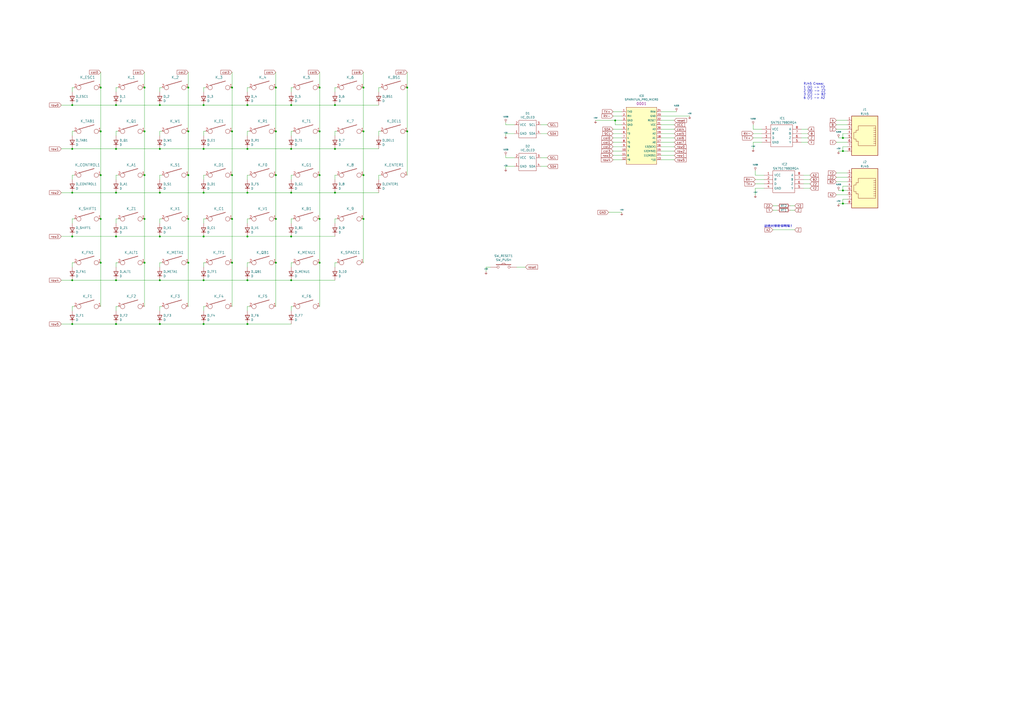
<source format=kicad_sch>
(kicad_sch (version 20200602) (host eeschema "(5.99.0-1887-g0032845f9)")
  (page 1 1)
  (paper "A2")
  (junction (at 41.91 60.96))
  (junction (at 41.91 86.36))
  (junction (at 41.91 111.76))
  (junction (at 41.91 137.16))
  (junction (at 41.91 162.56))
  (junction (at 41.91 187.96))
  (junction (at 58.42 50.8))
  (junction (at 58.42 76.2))
  (junction (at 58.42 101.6))
  (junction (at 58.42 127))
  (junction (at 58.42 152.4))
  (junction (at 67.31 60.96))
  (junction (at 67.31 86.36))
  (junction (at 67.31 111.76))
  (junction (at 67.31 137.16))
  (junction (at 67.31 162.56))
  (junction (at 67.31 187.96))
  (junction (at 83.82 50.8))
  (junction (at 83.82 76.2))
  (junction (at 83.82 101.6))
  (junction (at 83.82 127))
  (junction (at 83.82 152.4))
  (junction (at 92.71 60.96))
  (junction (at 92.71 86.36))
  (junction (at 92.71 111.76))
  (junction (at 92.71 137.16))
  (junction (at 92.71 162.56))
  (junction (at 92.71 187.96))
  (junction (at 109.22 50.8))
  (junction (at 109.22 76.2))
  (junction (at 109.22 101.6))
  (junction (at 109.22 127))
  (junction (at 109.22 152.4))
  (junction (at 118.11 60.96))
  (junction (at 118.11 86.36))
  (junction (at 118.11 111.76))
  (junction (at 118.11 137.16))
  (junction (at 118.11 162.56))
  (junction (at 118.11 187.96))
  (junction (at 134.62 50.8))
  (junction (at 134.62 76.2))
  (junction (at 134.62 101.6))
  (junction (at 134.62 127))
  (junction (at 134.62 152.4))
  (junction (at 143.51 60.96))
  (junction (at 143.51 86.36))
  (junction (at 143.51 111.76))
  (junction (at 143.51 137.16))
  (junction (at 143.51 162.56))
  (junction (at 143.51 187.96))
  (junction (at 160.02 50.8))
  (junction (at 160.02 76.2))
  (junction (at 160.02 101.6))
  (junction (at 160.02 127))
  (junction (at 160.02 152.4))
  (junction (at 168.91 60.96))
  (junction (at 168.91 86.36))
  (junction (at 168.91 111.76))
  (junction (at 168.91 137.16))
  (junction (at 168.91 162.56))
  (junction (at 185.42 50.8))
  (junction (at 185.42 76.2))
  (junction (at 185.42 101.6))
  (junction (at 185.42 127))
  (junction (at 185.42 152.4))
  (junction (at 194.31 60.96))
  (junction (at 194.31 86.36))
  (junction (at 194.31 111.76))
  (junction (at 210.82 50.8))
  (junction (at 210.82 76.2))
  (junction (at 210.82 101.6))
  (junction (at 210.82 127))
  (junction (at 236.22 50.8))
  (junction (at 236.22 76.2))
  (junction (at 356.87 69.85))
  (junction (at 488.95 80.01))
  (junction (at 488.95 87.63))
  (junction (at 488.95 110.49))
  (junction (at 488.95 118.11))
  (wire (pts (xy 35.56 60.96) (xy 41.91 60.96)))
  (wire (pts (xy 35.56 86.36) (xy 41.91 86.36)))
  (wire (pts (xy 35.56 111.76) (xy 41.91 111.76)))
  (wire (pts (xy 35.56 137.16) (xy 41.91 137.16)))
  (wire (pts (xy 35.56 162.56) (xy 41.91 162.56)))
  (wire (pts (xy 41.91 50.8) (xy 41.91 53.34)))
  (wire (pts (xy 41.91 60.96) (xy 67.31 60.96)))
  (wire (pts (xy 41.91 76.2) (xy 41.91 78.74)))
  (wire (pts (xy 41.91 86.36) (xy 67.31 86.36)))
  (wire (pts (xy 41.91 101.6) (xy 41.91 104.14)))
  (wire (pts (xy 41.91 111.76) (xy 67.31 111.76)))
  (wire (pts (xy 41.91 127) (xy 41.91 129.54)))
  (wire (pts (xy 41.91 137.16) (xy 67.31 137.16)))
  (wire (pts (xy 41.91 152.4) (xy 41.91 154.94)))
  (wire (pts (xy 41.91 162.56) (xy 67.31 162.56)))
  (wire (pts (xy 41.91 177.8) (xy 41.91 180.34)))
  (wire (pts (xy 41.91 187.96) (xy 35.56 187.96)))
  (wire (pts (xy 43.18 50.8) (xy 41.91 50.8)))
  (wire (pts (xy 43.18 76.2) (xy 41.91 76.2)))
  (wire (pts (xy 43.18 101.6) (xy 41.91 101.6)))
  (wire (pts (xy 43.18 127) (xy 41.91 127)))
  (wire (pts (xy 43.18 152.4) (xy 41.91 152.4)))
  (wire (pts (xy 43.18 177.8) (xy 41.91 177.8)))
  (wire (pts (xy 58.42 41.91) (xy 58.42 50.8)))
  (wire (pts (xy 58.42 50.8) (xy 58.42 76.2)))
  (wire (pts (xy 58.42 76.2) (xy 58.42 101.6)))
  (wire (pts (xy 58.42 101.6) (xy 58.42 127)))
  (wire (pts (xy 58.42 127) (xy 58.42 152.4)))
  (wire (pts (xy 58.42 152.4) (xy 58.42 177.8)))
  (wire (pts (xy 67.31 50.8) (xy 67.31 53.34)))
  (wire (pts (xy 67.31 60.96) (xy 92.71 60.96)))
  (wire (pts (xy 67.31 76.2) (xy 67.31 78.74)))
  (wire (pts (xy 67.31 86.36) (xy 92.71 86.36)))
  (wire (pts (xy 67.31 101.6) (xy 67.31 104.14)))
  (wire (pts (xy 67.31 111.76) (xy 92.71 111.76)))
  (wire (pts (xy 67.31 127) (xy 67.31 129.54)))
  (wire (pts (xy 67.31 137.16) (xy 92.71 137.16)))
  (wire (pts (xy 67.31 152.4) (xy 67.31 154.94)))
  (wire (pts (xy 67.31 162.56) (xy 92.71 162.56)))
  (wire (pts (xy 67.31 177.8) (xy 67.31 180.34)))
  (wire (pts (xy 67.31 187.96) (xy 41.91 187.96)))
  (wire (pts (xy 67.31 187.96) (xy 92.71 187.96)))
  (wire (pts (xy 68.58 50.8) (xy 67.31 50.8)))
  (wire (pts (xy 68.58 76.2) (xy 67.31 76.2)))
  (wire (pts (xy 68.58 101.6) (xy 67.31 101.6)))
  (wire (pts (xy 68.58 127) (xy 67.31 127)))
  (wire (pts (xy 68.58 152.4) (xy 67.31 152.4)))
  (wire (pts (xy 68.58 177.8) (xy 67.31 177.8)))
  (wire (pts (xy 83.82 41.91) (xy 83.82 50.8)))
  (wire (pts (xy 83.82 50.8) (xy 83.82 76.2)))
  (wire (pts (xy 83.82 76.2) (xy 83.82 101.6)))
  (wire (pts (xy 83.82 101.6) (xy 83.82 127)))
  (wire (pts (xy 83.82 127) (xy 83.82 152.4)))
  (wire (pts (xy 83.82 152.4) (xy 83.82 177.8)))
  (wire (pts (xy 92.71 50.8) (xy 92.71 53.34)))
  (wire (pts (xy 92.71 60.96) (xy 118.11 60.96)))
  (wire (pts (xy 92.71 76.2) (xy 92.71 78.74)))
  (wire (pts (xy 92.71 86.36) (xy 118.11 86.36)))
  (wire (pts (xy 92.71 101.6) (xy 92.71 104.14)))
  (wire (pts (xy 92.71 111.76) (xy 118.11 111.76)))
  (wire (pts (xy 92.71 127) (xy 92.71 129.54)))
  (wire (pts (xy 92.71 137.16) (xy 118.11 137.16)))
  (wire (pts (xy 92.71 152.4) (xy 92.71 154.94)))
  (wire (pts (xy 92.71 162.56) (xy 118.11 162.56)))
  (wire (pts (xy 92.71 177.8) (xy 92.71 180.34)))
  (wire (pts (xy 92.71 187.96) (xy 118.11 187.96)))
  (wire (pts (xy 93.98 50.8) (xy 92.71 50.8)))
  (wire (pts (xy 93.98 76.2) (xy 92.71 76.2)))
  (wire (pts (xy 93.98 101.6) (xy 92.71 101.6)))
  (wire (pts (xy 93.98 127) (xy 92.71 127)))
  (wire (pts (xy 93.98 152.4) (xy 92.71 152.4)))
  (wire (pts (xy 93.98 177.8) (xy 92.71 177.8)))
  (wire (pts (xy 109.22 41.91) (xy 109.22 50.8)))
  (wire (pts (xy 109.22 50.8) (xy 109.22 76.2)))
  (wire (pts (xy 109.22 76.2) (xy 109.22 101.6)))
  (wire (pts (xy 109.22 101.6) (xy 109.22 127)))
  (wire (pts (xy 109.22 127) (xy 109.22 152.4)))
  (wire (pts (xy 109.22 152.4) (xy 109.22 177.8)))
  (wire (pts (xy 118.11 50.8) (xy 118.11 53.34)))
  (wire (pts (xy 118.11 60.96) (xy 143.51 60.96)))
  (wire (pts (xy 118.11 76.2) (xy 118.11 78.74)))
  (wire (pts (xy 118.11 86.36) (xy 143.51 86.36)))
  (wire (pts (xy 118.11 101.6) (xy 118.11 104.14)))
  (wire (pts (xy 118.11 111.76) (xy 143.51 111.76)))
  (wire (pts (xy 118.11 127) (xy 118.11 129.54)))
  (wire (pts (xy 118.11 137.16) (xy 143.51 137.16)))
  (wire (pts (xy 118.11 152.4) (xy 118.11 154.94)))
  (wire (pts (xy 118.11 162.56) (xy 143.51 162.56)))
  (wire (pts (xy 118.11 177.8) (xy 118.11 180.34)))
  (wire (pts (xy 118.11 187.96) (xy 143.51 187.96)))
  (wire (pts (xy 119.38 50.8) (xy 118.11 50.8)))
  (wire (pts (xy 119.38 76.2) (xy 118.11 76.2)))
  (wire (pts (xy 119.38 101.6) (xy 118.11 101.6)))
  (wire (pts (xy 119.38 127) (xy 118.11 127)))
  (wire (pts (xy 119.38 152.4) (xy 118.11 152.4)))
  (wire (pts (xy 119.38 177.8) (xy 118.11 177.8)))
  (wire (pts (xy 134.62 41.91) (xy 134.62 50.8)))
  (wire (pts (xy 134.62 50.8) (xy 134.62 76.2)))
  (wire (pts (xy 134.62 76.2) (xy 134.62 101.6)))
  (wire (pts (xy 134.62 101.6) (xy 134.62 127)))
  (wire (pts (xy 134.62 127) (xy 134.62 152.4)))
  (wire (pts (xy 134.62 152.4) (xy 134.62 177.8)))
  (wire (pts (xy 143.51 50.8) (xy 143.51 53.34)))
  (wire (pts (xy 143.51 60.96) (xy 168.91 60.96)))
  (wire (pts (xy 143.51 76.2) (xy 143.51 78.74)))
  (wire (pts (xy 143.51 86.36) (xy 168.91 86.36)))
  (wire (pts (xy 143.51 101.6) (xy 143.51 104.14)))
  (wire (pts (xy 143.51 111.76) (xy 168.91 111.76)))
  (wire (pts (xy 143.51 127) (xy 143.51 129.54)))
  (wire (pts (xy 143.51 137.16) (xy 168.91 137.16)))
  (wire (pts (xy 143.51 152.4) (xy 143.51 154.94)))
  (wire (pts (xy 143.51 162.56) (xy 168.91 162.56)))
  (wire (pts (xy 143.51 177.8) (xy 143.51 180.34)))
  (wire (pts (xy 143.51 187.96) (xy 168.91 187.96)))
  (wire (pts (xy 144.78 50.8) (xy 143.51 50.8)))
  (wire (pts (xy 144.78 76.2) (xy 143.51 76.2)))
  (wire (pts (xy 144.78 101.6) (xy 143.51 101.6)))
  (wire (pts (xy 144.78 127) (xy 143.51 127)))
  (wire (pts (xy 144.78 152.4) (xy 143.51 152.4)))
  (wire (pts (xy 144.78 177.8) (xy 143.51 177.8)))
  (wire (pts (xy 160.02 41.91) (xy 160.02 50.8)))
  (wire (pts (xy 160.02 50.8) (xy 160.02 76.2)))
  (wire (pts (xy 160.02 76.2) (xy 160.02 101.6)))
  (wire (pts (xy 160.02 101.6) (xy 160.02 127)))
  (wire (pts (xy 160.02 127) (xy 160.02 152.4)))
  (wire (pts (xy 160.02 152.4) (xy 160.02 177.8)))
  (wire (pts (xy 168.91 50.8) (xy 168.91 53.34)))
  (wire (pts (xy 168.91 60.96) (xy 194.31 60.96)))
  (wire (pts (xy 168.91 76.2) (xy 168.91 78.74)))
  (wire (pts (xy 168.91 86.36) (xy 194.31 86.36)))
  (wire (pts (xy 168.91 101.6) (xy 168.91 104.14)))
  (wire (pts (xy 168.91 111.76) (xy 194.31 111.76)))
  (wire (pts (xy 168.91 127) (xy 168.91 129.54)))
  (wire (pts (xy 168.91 137.16) (xy 194.31 137.16)))
  (wire (pts (xy 168.91 152.4) (xy 168.91 154.94)))
  (wire (pts (xy 168.91 162.56) (xy 194.31 162.56)))
  (wire (pts (xy 168.91 177.8) (xy 168.91 180.34)))
  (wire (pts (xy 170.18 50.8) (xy 168.91 50.8)))
  (wire (pts (xy 170.18 76.2) (xy 168.91 76.2)))
  (wire (pts (xy 170.18 101.6) (xy 168.91 101.6)))
  (wire (pts (xy 170.18 127) (xy 168.91 127)))
  (wire (pts (xy 170.18 152.4) (xy 168.91 152.4)))
  (wire (pts (xy 170.18 177.8) (xy 168.91 177.8)))
  (wire (pts (xy 185.42 41.91) (xy 185.42 50.8)))
  (wire (pts (xy 185.42 50.8) (xy 185.42 76.2)))
  (wire (pts (xy 185.42 76.2) (xy 185.42 101.6)))
  (wire (pts (xy 185.42 101.6) (xy 185.42 127)))
  (wire (pts (xy 185.42 127) (xy 185.42 152.4)))
  (wire (pts (xy 185.42 152.4) (xy 185.42 177.8)))
  (wire (pts (xy 194.31 50.8) (xy 194.31 53.34)))
  (wire (pts (xy 194.31 60.96) (xy 219.71 60.96)))
  (wire (pts (xy 194.31 76.2) (xy 194.31 78.74)))
  (wire (pts (xy 194.31 86.36) (xy 219.71 86.36)))
  (wire (pts (xy 194.31 101.6) (xy 194.31 104.14)))
  (wire (pts (xy 194.31 111.76) (xy 219.71 111.76)))
  (wire (pts (xy 194.31 127) (xy 194.31 129.54)))
  (wire (pts (xy 194.31 152.4) (xy 194.31 154.94)))
  (wire (pts (xy 195.58 50.8) (xy 194.31 50.8)))
  (wire (pts (xy 195.58 76.2) (xy 194.31 76.2)))
  (wire (pts (xy 195.58 101.6) (xy 194.31 101.6)))
  (wire (pts (xy 195.58 127) (xy 194.31 127)))
  (wire (pts (xy 195.58 152.4) (xy 194.31 152.4)))
  (wire (pts (xy 210.82 41.91) (xy 210.82 50.8)))
  (wire (pts (xy 210.82 50.8) (xy 210.82 76.2)))
  (wire (pts (xy 210.82 76.2) (xy 210.82 101.6)))
  (wire (pts (xy 210.82 101.6) (xy 210.82 127)))
  (wire (pts (xy 210.82 127) (xy 210.82 152.4)))
  (wire (pts (xy 219.71 50.8) (xy 219.71 53.34)))
  (wire (pts (xy 219.71 76.2) (xy 219.71 78.74)))
  (wire (pts (xy 219.71 101.6) (xy 219.71 104.14)))
  (wire (pts (xy 220.98 50.8) (xy 219.71 50.8)))
  (wire (pts (xy 220.98 76.2) (xy 219.71 76.2)))
  (wire (pts (xy 220.98 101.6) (xy 219.71 101.6)))
  (wire (pts (xy 236.22 41.91) (xy 236.22 50.8)))
  (wire (pts (xy 236.22 50.8) (xy 236.22 76.2)))
  (wire (pts (xy 236.22 76.2) (xy 236.22 101.6)))
  (wire (pts (xy 281.94 154.94) (xy 281.94 157.48)))
  (wire (pts (xy 284.48 154.94) (xy 281.94 154.94)))
  (wire (pts (xy 293.37 71.12) (xy 293.37 72.39)))
  (wire (pts (xy 293.37 72.39) (xy 298.45 72.39)))
  (wire (pts (xy 293.37 77.47) (xy 293.37 78.74)))
  (wire (pts (xy 293.37 90.17) (xy 293.37 91.44)))
  (wire (pts (xy 293.37 91.44) (xy 298.45 91.44)))
  (wire (pts (xy 293.37 96.52) (xy 293.37 97.79)))
  (wire (pts (xy 298.45 77.47) (xy 293.37 77.47)))
  (wire (pts (xy 298.45 96.52) (xy 293.37 96.52)))
  (wire (pts (xy 299.72 154.94) (xy 304.8 154.94)))
  (wire (pts (xy 313.69 72.39) (xy 317.5 72.39)))
  (wire (pts (xy 313.69 77.47) (xy 317.5 77.47)))
  (wire (pts (xy 313.69 91.44) (xy 317.5 91.44)))
  (wire (pts (xy 313.69 96.52) (xy 317.5 96.52)))
  (wire (pts (xy 345.44 69.85) (xy 356.87 69.85)))
  (wire (pts (xy 353.06 123.19) (xy 360.68 123.19)))
  (wire (pts (xy 355.6 64.77) (xy 360.68 64.77)))
  (wire (pts (xy 355.6 67.31) (xy 360.68 67.31)))
  (wire (pts (xy 355.6 74.93) (xy 360.68 74.93)))
  (wire (pts (xy 355.6 77.47) (xy 360.68 77.47)))
  (wire (pts (xy 355.6 80.01) (xy 360.68 80.01)))
  (wire (pts (xy 355.6 82.55) (xy 360.68 82.55)))
  (wire (pts (xy 355.6 85.09) (xy 360.68 85.09)))
  (wire (pts (xy 355.6 87.63) (xy 360.68 87.63)))
  (wire (pts (xy 355.6 90.17) (xy 360.68 90.17)))
  (wire (pts (xy 355.6 92.71) (xy 360.68 92.71)))
  (wire (pts (xy 356.87 72.39) (xy 356.87 69.85)))
  (wire (pts (xy 360.68 69.85) (xy 356.87 69.85)))
  (wire (pts (xy 360.68 72.39) (xy 356.87 72.39)))
  (wire (pts (xy 383.54 64.77) (xy 392.43 64.77)))
  (wire (pts (xy 383.54 69.85) (xy 391.16 69.85)))
  (wire (pts (xy 383.54 72.39) (xy 391.16 72.39)))
  (wire (pts (xy 383.54 74.93) (xy 391.16 74.93)))
  (wire (pts (xy 383.54 77.47) (xy 391.16 77.47)))
  (wire (pts (xy 383.54 80.01) (xy 391.16 80.01)))
  (wire (pts (xy 383.54 82.55) (xy 391.16 82.55)))
  (wire (pts (xy 383.54 85.09) (xy 391.16 85.09)))
  (wire (pts (xy 383.54 87.63) (xy 391.16 87.63)))
  (wire (pts (xy 383.54 90.17) (xy 391.16 90.17)))
  (wire (pts (xy 383.54 92.71) (xy 391.16 92.71)))
  (wire (pts (xy 400.05 67.31) (xy 383.54 67.31)))
  (wire (pts (xy 436.88 72.39) (xy 436.88 74.93)))
  (wire (pts (xy 436.88 74.93) (xy 441.96 74.93)))
  (wire (pts (xy 436.88 77.47) (xy 441.96 77.47)))
  (wire (pts (xy 436.88 80.01) (xy 441.96 80.01)))
  (wire (pts (xy 436.88 82.55) (xy 441.96 82.55)))
  (wire (pts (xy 436.88 86.36) (xy 436.88 82.55)))
  (wire (pts (xy 438.15 99.06) (xy 438.15 101.6)))
  (wire (pts (xy 438.15 101.6) (xy 443.23 101.6)))
  (wire (pts (xy 438.15 104.14) (xy 443.23 104.14)))
  (wire (pts (xy 438.15 106.68) (xy 443.23 106.68)))
  (wire (pts (xy 438.15 109.22) (xy 443.23 109.22)))
  (wire (pts (xy 438.15 113.03) (xy 438.15 109.22)))
  (wire (pts (xy 448.31 119.38) (xy 450.85 119.38)))
  (wire (pts (xy 448.31 121.92) (xy 450.85 121.92)))
  (wire (pts (xy 448.31 133.35) (xy 461.01 133.35)))
  (wire (pts (xy 458.47 119.38) (xy 461.01 119.38)))
  (wire (pts (xy 458.47 121.92) (xy 461.01 121.92)))
  (wire (pts (xy 464.82 74.93) (xy 468.63 74.93)))
  (wire (pts (xy 464.82 77.47) (xy 468.63 77.47)))
  (wire (pts (xy 464.82 80.01) (xy 468.63 80.01)))
  (wire (pts (xy 464.82 82.55) (xy 468.63 82.55)))
  (wire (pts (xy 466.09 101.6) (xy 469.9 101.6)))
  (wire (pts (xy 466.09 104.14) (xy 469.9 104.14)))
  (wire (pts (xy 466.09 106.68) (xy 469.9 106.68)))
  (wire (pts (xy 466.09 109.22) (xy 469.9 109.22)))
  (wire (pts (xy 485.14 69.85) (xy 491.49 69.85)))
  (wire (pts (xy 485.14 72.39) (xy 491.49 72.39)))
  (wire (pts (xy 485.14 74.93) (xy 491.49 74.93)))
  (wire (pts (xy 485.14 82.55) (xy 491.49 82.55)))
  (wire (pts (xy 485.14 100.33) (xy 491.49 100.33)))
  (wire (pts (xy 485.14 102.87) (xy 491.49 102.87)))
  (wire (pts (xy 485.14 105.41) (xy 491.49 105.41)))
  (wire (pts (xy 485.14 113.03) (xy 491.49 113.03)))
  (wire (pts (xy 486.41 87.63) (xy 488.95 87.63)))
  (wire (pts (xy 486.41 118.11) (xy 488.95 118.11)))
  (wire (pts (xy 488.95 77.47) (xy 488.95 80.01)))
  (wire (pts (xy 488.95 80.01) (xy 486.41 80.01)))
  (wire (pts (xy 488.95 80.01) (xy 491.49 80.01)))
  (wire (pts (xy 488.95 85.09) (xy 488.95 87.63)))
  (wire (pts (xy 488.95 107.95) (xy 488.95 110.49)))
  (wire (pts (xy 488.95 110.49) (xy 486.41 110.49)))
  (wire (pts (xy 488.95 110.49) (xy 491.49 110.49)))
  (wire (pts (xy 488.95 115.57) (xy 488.95 118.11)))
  (wire (pts (xy 491.49 77.47) (xy 488.95 77.47)))
  (wire (pts (xy 491.49 85.09) (xy 488.95 85.09)))
  (wire (pts (xy 491.49 87.63) (xy 488.95 87.63)))
  (wire (pts (xy 491.49 107.95) (xy 488.95 107.95)))
  (wire (pts (xy 491.49 115.57) (xy 488.95 115.57)))
  (wire (pts (xy 491.49 118.11) (xy 488.95 118.11)))
  (text "这绝对很奇怪啊喵！" (at 459.74 132.08 180) (effects (font (size 1.27 1.27)) (justify right bottom)))
  (text "RJ45 Cross:\n1 (A) -> Y2\n2 (B) -> Z2\n3 (Z) -> B2\n6 (Y) -> A2\n\n" (at 466.09 59.69 0) (effects (font (size 1.27 1.27)) (justify left bottom)))
  (global_label "row0" (shape input) (at 35.56 60.96 180))
  (global_label "row1" (shape input) (at 35.56 86.36 180))
  (global_label "row2" (shape input) (at 35.56 111.76 180))
  (global_label "row3" (shape input) (at 35.56 137.16 180))
  (global_label "row4" (shape input) (at 35.56 162.56 180))
  (global_label "row5" (shape input) (at 35.56 187.96 180))
  (global_label "col0" (shape input) (at 58.42 41.91 180))
  (global_label "col1" (shape input) (at 83.82 41.91 180))
  (global_label "col2" (shape input) (at 109.22 41.91 180))
  (global_label "col3" (shape input) (at 134.62 41.91 180))
  (global_label "col4" (shape input) (at 160.02 41.91 180))
  (global_label "col5" (shape input) (at 185.42 41.91 180))
  (global_label "col6" (shape input) (at 210.82 41.91 180))
  (global_label "col7" (shape input) (at 236.22 41.91 180))
  (global_label "reset" (shape input) (at 304.8 154.94 0))
  (global_label "SCL" (shape input) (at 317.5 72.39 0))
  (global_label "SDA" (shape input) (at 317.5 77.47 0))
  (global_label "SCL" (shape input) (at 317.5 91.44 0))
  (global_label "SDA" (shape input) (at 317.5 96.52 0))
  (global_label "GND" (shape input) (at 353.06 123.19 180))
  (global_label "TX+" (shape input) (at 355.6 64.77 180))
  (global_label "RX-" (shape input) (at 355.6 67.31 180))
  (global_label "SDA" (shape input) (at 355.6 74.93 180))
  (global_label "SCL" (shape input) (at 355.6 77.47 180))
  (global_label "col0" (shape input) (at 355.6 80.01 180))
  (global_label "col1" (shape input) (at 355.6 82.55 180))
  (global_label "col2" (shape input) (at 355.6 85.09 180))
  (global_label "col3" (shape input) (at 355.6 87.63 180))
  (global_label "row3" (shape input) (at 355.6 90.17 180))
  (global_label "row4" (shape input) (at 355.6 92.71 180))
  (global_label "reset" (shape input) (at 391.16 69.85 0))
  (global_label "VCC" (shape input) (at 391.16 72.39 0))
  (global_label "col4" (shape input) (at 391.16 74.93 0))
  (global_label "col5" (shape input) (at 391.16 77.47 0))
  (global_label "col6" (shape input) (at 391.16 80.01 0))
  (global_label "col7" (shape input) (at 391.16 82.55 0))
  (global_label "row0" (shape input) (at 391.16 85.09 0))
  (global_label "row2" (shape input) (at 391.16 87.63 0))
  (global_label "row1" (shape input) (at 391.16 90.17 0))
  (global_label "row5" (shape input) (at 391.16 92.71 0))
  (global_label "RX-" (shape input) (at 436.88 77.47 180))
  (global_label "TX+" (shape input) (at 436.88 80.01 180))
  (global_label "RX-" (shape input) (at 438.15 104.14 180))
  (global_label "TX+" (shape input) (at 438.15 106.68 180))
  (global_label "Z2" (shape input) (at 448.31 119.38 180))
  (global_label "Y" (shape input) (at 448.31 121.92 180))
  (global_label "A2" (shape input) (at 448.31 133.35 180))
  (global_label "Y2" (shape input) (at 461.01 119.38 0))
  (global_label "Z" (shape input) (at 461.01 121.92 0))
  (global_label "Z" (shape input) (at 461.01 133.35 0))
  (global_label "A" (shape input) (at 468.63 74.93 0))
  (global_label "B" (shape input) (at 468.63 77.47 0))
  (global_label "Z" (shape input) (at 468.63 80.01 0))
  (global_label "Y" (shape input) (at 468.63 82.55 0))
  (global_label "A2" (shape input) (at 469.9 101.6 0))
  (global_label "B2" (shape input) (at 469.9 104.14 0))
  (global_label "Z2" (shape input) (at 469.9 106.68 0))
  (global_label "Y2" (shape input) (at 469.9 109.22 0))
  (global_label "A" (shape input) (at 485.14 69.85 180))
  (global_label "B" (shape input) (at 485.14 72.39 180))
  (global_label "Z" (shape input) (at 485.14 74.93 180))
  (global_label "Y" (shape input) (at 485.14 82.55 180))
  (global_label "Y2" (shape input) (at 485.14 100.33 180))
  (global_label "Z2" (shape input) (at 485.14 102.87 180))
  (global_label "B2" (shape input) (at 485.14 105.41 180))
  (global_label "A2" (shape input) (at 485.14 113.03 180))
  (symbol (lib_id "keyboard_parts:VUSB") (at 293.37 71.12 0) (unit 1)
    (property "Reference" "#PWR0111" (effects hide))
    (property "Value" "VUSB" (at 293.37 67.7125 0) (effects (font (size 0.762 0.762))))
  )
  (symbol (lib_id "keyboard_parts:VUSB") (at 293.37 90.17 0) (unit 1)
    (property "Reference" "#PWR?" (effects hide))
    (property "Value" "VUSB" (at 293.37 86.7625 0) (effects (font (size 0.762 0.762))))
  )
  (symbol (lib_id "keyboard_parts:VUSB") (at 392.43 64.77 0) (unit 1)
    (property "Reference" "#PWR03" (effects hide))
    (property "Value" "VUSB" (at 392.43 61.2648 0) (effects (font (size 0.762 0.762))))
  )
  (symbol (lib_id "keyboard_parts:VUSB") (at 436.88 72.39 0) (unit 1)
    (property "Reference" "#PWR0104" (effects hide))
    (property "Value" "VUSB" (at 436.88 68.8848 0) (effects (font (size 0.762 0.762))))
  )
  (symbol (lib_id "keyboard_parts:VUSB") (at 438.15 99.06 0) (unit 1)
    (property "Reference" "#PWR0109" (effects hide))
    (property "Value" "VUSB" (at 438.15 95.5548 0) (effects (font (size 0.762 0.762))))
  )
  (symbol (lib_id "keyboard_parts:VUSB") (at 486.41 80.01 0) (unit 1)
    (property "Reference" "#PWR0102" (effects hide))
    (property "Value" "VUSB" (at 486.41 76.5048 0) (effects (font (size 0.762 0.762))))
  )
  (symbol (lib_id "keyboard_parts:VUSB") (at 486.41 110.49 0) (unit 1)
    (property "Reference" "#PWR0106" (effects hide))
    (property "Value" "VUSB" (at 486.41 106.9848 0) (effects (font (size 0.762 0.762))))
  )
  (symbol (lib_id "keyboard_parts:GND") (at 281.94 157.48 0) (unit 1)
    (property "Reference" "#PWR01" (effects hide))
    (property "Value" "GND" (at 281.94 155.9814 0) (effects (font (size 0.762 0.762))))
  )
  (symbol (lib_id "keyboard_parts:GND") (at 293.37 78.74 0) (unit 1)
    (property "Reference" "#PWR0110" (effects hide))
    (property "Value" "GND" (at 293.37 76.9835 0) (effects (font (size 0.762 0.762))))
  )
  (symbol (lib_id "keyboard_parts:GND") (at 293.37 97.79 0) (unit 1)
    (property "Reference" "#PWR?" (effects hide))
    (property "Value" "GND" (at 293.37 96.0335 0) (effects (font (size 0.762 0.762))))
  )
  (symbol (lib_id "keyboard_parts:GND") (at 345.44 69.85 0) (unit 1)
    (property "Reference" "#PWR02" (effects hide))
    (property "Value" "GND" (at 345.44 68.3514 0) (effects (font (size 0.762 0.762))))
  )
  (symbol (lib_id "keyboard_parts:GND") (at 360.68 123.19 0) (unit 1)
    (property "Reference" "#PWR0107" (effects hide))
    (property "Value" "GND" (at 360.68 121.6914 0) (effects (font (size 0.762 0.762))))
  )
  (symbol (lib_id "keyboard_parts:GND") (at 400.05 67.31 0) (unit 1)
    (property "Reference" "#PWR04" (effects hide))
    (property "Value" "GND" (at 400.05 65.8114 0) (effects (font (size 0.762 0.762))))
  )
  (symbol (lib_id "keyboard_parts:GND") (at 436.88 86.36 0) (unit 1)
    (property "Reference" "#PWR0103" (effects hide))
    (property "Value" "GND" (at 436.88 84.8614 0) (effects (font (size 0.762 0.762))))
  )
  (symbol (lib_id "keyboard_parts:GND") (at 438.15 113.03 0) (unit 1)
    (property "Reference" "#PWR0108" (effects hide))
    (property "Value" "GND" (at 438.15 111.5314 0) (effects (font (size 0.762 0.762))))
  )
  (symbol (lib_id "keyboard_parts:GND") (at 486.41 87.63 0) (unit 1)
    (property "Reference" "#PWR0101" (effects hide))
    (property "Value" "GND" (at 486.41 86.1314 0) (effects (font (size 0.762 0.762))))
  )
  (symbol (lib_id "keyboard_parts:GND") (at 486.41 118.11 0) (unit 1)
    (property "Reference" "#PWR0105" (effects hide))
    (property "Value" "GND" (at 486.41 116.6114 0) (effects (font (size 0.762 0.762))))
  )
  (symbol (lib_id "Device:R") (at 454.66 119.38 270) (unit 1)
    (property "Reference" "RT2" (at 454.66 119.38 90))
    (property "Value" "R120" (effects hide))
    (property "Footprint" "Diode_THT:D_DO-35_SOD27_P10.16mm_Horizontal" (effects hide))
  )
  (symbol (lib_id "Device:R") (at 454.66 121.92 270) (unit 1)
    (property "Reference" "RT1" (at 454.66 121.92 90))
    (property "Value" "R120" (effects hide))
    (property "Footprint" "Diode_THT:D_DO-35_SOD27_P10.16mm_Horizontal" (effects hide))
  )
  (symbol (lib_id "Device:D") (at 41.91 57.15 90) (unit 1)
    (property "Reference" "D_ESC1" (at 43.9166 55.9816 90) (effects (justify right)))
    (property "Value" "D" (at 43.9166 58.547 90) (effects (justify right)))
    (property "Footprint" "keyboard_parts:D_SOD123_axial" (effects hide))
  )
  (symbol (lib_id "Device:D") (at 41.91 82.55 90) (unit 1)
    (property "Reference" "D_TAB1" (at 43.9166 81.3816 90) (effects (justify right)))
    (property "Value" "D" (at 43.9166 83.947 90) (effects (justify right)))
    (property "Footprint" "keyboard_parts:D_SOD123_axial" (effects hide))
  )
  (symbol (lib_id "Device:D") (at 41.91 107.95 90) (unit 1)
    (property "Reference" "D_CONTROL1" (at 43.9166 106.7816 90) (effects (justify right)))
    (property "Value" "D" (at 43.9166 109.347 90) (effects (justify right)))
    (property "Footprint" "keyboard_parts:D_SOD123_axial" (effects hide))
  )
  (symbol (lib_id "Device:D") (at 41.91 133.35 90) (unit 1)
    (property "Reference" "D_SHIFT1" (at 43.9166 132.1816 90) (effects (justify right)))
    (property "Value" "D" (at 43.9166 134.747 90) (effects (justify right)))
    (property "Footprint" "keyboard_parts:D_SOD123_axial" (effects hide))
  )
  (symbol (lib_id "Device:D") (at 41.91 158.75 90) (unit 1)
    (property "Reference" "D_FN1" (at 43.9166 157.5816 90) (effects (justify right)))
    (property "Value" "D" (at 43.9166 160.147 90) (effects (justify right)))
    (property "Footprint" "keyboard_parts:D_SOD123_axial" (effects hide))
  )
  (symbol (lib_id "Device:D") (at 41.91 184.15 90) (unit 1)
    (property "Reference" "D_F1" (at 43.9166 182.9816 90) (effects (justify right)))
    (property "Value" "D" (at 43.9166 185.547 90) (effects (justify right)))
    (property "Footprint" "keyboard_parts:D_SOD123_axial" (effects hide))
  )
  (symbol (lib_id "Device:D") (at 67.31 57.15 90) (unit 1)
    (property "Reference" "D_1" (at 69.3166 55.9816 90) (effects (justify right)))
    (property "Value" "D" (at 69.3166 58.547 90) (effects (justify right)))
    (property "Footprint" "keyboard_parts:D_SOD123_axial" (effects hide))
  )
  (symbol (lib_id "Device:D") (at 67.31 82.55 90) (unit 1)
    (property "Reference" "D_Q1" (at 69.3166 81.3816 90) (effects (justify right)))
    (property "Value" "D" (at 69.3166 83.947 90) (effects (justify right)))
    (property "Footprint" "keyboard_parts:D_SOD123_axial" (effects hide))
  )
  (symbol (lib_id "Device:D") (at 67.31 107.95 90) (unit 1)
    (property "Reference" "D_A1" (at 69.3166 106.7816 90) (effects (justify right)))
    (property "Value" "D" (at 69.3166 109.347 90) (effects (justify right)))
    (property "Footprint" "keyboard_parts:D_SOD123_axial" (effects hide))
  )
  (symbol (lib_id "Device:D") (at 67.31 133.35 90) (unit 1)
    (property "Reference" "D_Z1" (at 69.3166 132.1816 90) (effects (justify right)))
    (property "Value" "D" (at 69.3166 134.747 90) (effects (justify right)))
    (property "Footprint" "keyboard_parts:D_SOD123_axial" (effects hide))
  )
  (symbol (lib_id "Device:D") (at 67.31 158.75 90) (unit 1)
    (property "Reference" "D_ALT1" (at 69.3166 157.5816 90) (effects (justify right)))
    (property "Value" "D" (at 69.3166 160.147 90) (effects (justify right)))
    (property "Footprint" "keyboard_parts:D_SOD123_axial" (effects hide))
  )
  (symbol (lib_id "Device:D") (at 67.31 184.15 90) (unit 1)
    (property "Reference" "D_F2" (at 69.3166 182.9816 90) (effects (justify right)))
    (property "Value" "D" (at 69.3166 185.547 90) (effects (justify right)))
    (property "Footprint" "keyboard_parts:D_SOD123_axial" (effects hide))
  )
  (symbol (lib_id "Device:D") (at 92.71 57.15 90) (unit 1)
    (property "Reference" "D_2" (at 94.7166 55.9816 90) (effects (justify right)))
    (property "Value" "D" (at 94.7166 58.547 90) (effects (justify right)))
    (property "Footprint" "keyboard_parts:D_SOD123_axial" (effects hide))
  )
  (symbol (lib_id "Device:D") (at 92.71 82.55 90) (unit 1)
    (property "Reference" "D_W1" (at 94.7166 81.3816 90) (effects (justify right)))
    (property "Value" "D" (at 94.7166 83.947 90) (effects (justify right)))
    (property "Footprint" "keyboard_parts:D_SOD123_axial" (effects hide))
  )
  (symbol (lib_id "Device:D") (at 92.71 107.95 90) (unit 1)
    (property "Reference" "D_S1" (at 94.7166 106.7816 90) (effects (justify right)))
    (property "Value" "D" (at 94.7166 109.347 90) (effects (justify right)))
    (property "Footprint" "keyboard_parts:D_SOD123_axial" (effects hide))
  )
  (symbol (lib_id "Device:D") (at 92.71 133.35 90) (unit 1)
    (property "Reference" "D_X1" (at 94.7166 132.1816 90) (effects (justify right)))
    (property "Value" "D" (at 94.7166 134.747 90) (effects (justify right)))
    (property "Footprint" "keyboard_parts:D_SOD123_axial" (effects hide))
  )
  (symbol (lib_id "Device:D") (at 92.71 158.75 90) (unit 1)
    (property "Reference" "D_META1" (at 94.7166 157.5816 90) (effects (justify right)))
    (property "Value" "D" (at 94.7166 160.147 90) (effects (justify right)))
    (property "Footprint" "keyboard_parts:D_SOD123_axial" (effects hide))
  )
  (symbol (lib_id "Device:D") (at 92.71 184.15 90) (unit 1)
    (property "Reference" "D_F3" (at 94.7166 182.9816 90) (effects (justify right)))
    (property "Value" "D" (at 94.7166 185.547 90) (effects (justify right)))
    (property "Footprint" "keyboard_parts:D_SOD123_axial" (effects hide))
  )
  (symbol (lib_id "Device:D") (at 118.11 57.15 90) (unit 1)
    (property "Reference" "D_3" (at 120.1166 55.9816 90) (effects (justify right)))
    (property "Value" "D" (at 120.1166 58.547 90) (effects (justify right)))
    (property "Footprint" "keyboard_parts:D_SOD123_axial" (effects hide))
  )
  (symbol (lib_id "Device:D") (at 118.11 82.55 90) (unit 1)
    (property "Reference" "D_E1" (at 120.1166 81.3816 90) (effects (justify right)))
    (property "Value" "D" (at 120.1166 83.947 90) (effects (justify right)))
    (property "Footprint" "keyboard_parts:D_SOD123_axial" (effects hide))
  )
  (symbol (lib_id "Device:D") (at 118.11 107.95 90) (unit 1)
    (property "Reference" "D_D1" (at 120.1166 106.7816 90) (effects (justify right)))
    (property "Value" "D" (at 120.1166 109.347 90) (effects (justify right)))
    (property "Footprint" "keyboard_parts:D_SOD123_axial" (effects hide))
  )
  (symbol (lib_id "Device:D") (at 118.11 133.35 90) (unit 1)
    (property "Reference" "D_C1" (at 120.1166 132.1816 90) (effects (justify right)))
    (property "Value" "D" (at 120.1166 134.747 90) (effects (justify right)))
    (property "Footprint" "keyboard_parts:D_SOD123_axial" (effects hide))
  )
  (symbol (lib_id "Device:D") (at 118.11 158.75 90) (unit 1)
    (property "Reference" "D_TF1" (at 120.1166 157.5816 90) (effects (justify right)))
    (property "Value" "D" (at 120.1166 160.147 90) (effects (justify right)))
    (property "Footprint" "keyboard_parts:D_SOD123_axial" (effects hide))
  )
  (symbol (lib_id "Device:D") (at 118.11 184.15 90) (unit 1)
    (property "Reference" "D_F4" (at 120.1166 182.9816 90) (effects (justify right)))
    (property "Value" "D" (at 120.1166 185.547 90) (effects (justify right)))
    (property "Footprint" "keyboard_parts:D_SOD123_axial" (effects hide))
  )
  (symbol (lib_id "Device:D") (at 143.51 57.15 90) (unit 1)
    (property "Reference" "D_4" (at 145.5166 55.9816 90) (effects (justify right)))
    (property "Value" "D" (at 145.5166 58.547 90) (effects (justify right)))
    (property "Footprint" "keyboard_parts:D_SOD123_axial" (effects hide))
  )
  (symbol (lib_id "Device:D") (at 143.51 82.55 90) (unit 1)
    (property "Reference" "D_R1" (at 145.5166 81.3816 90) (effects (justify right)))
    (property "Value" "D" (at 145.5166 83.947 90) (effects (justify right)))
    (property "Footprint" "keyboard_parts:D_SOD123_axial" (effects hide))
  )
  (symbol (lib_id "Device:D") (at 143.51 107.95 90) (unit 1)
    (property "Reference" "D_F5" (at 145.5166 106.7816 90) (effects (justify right)))
    (property "Value" "D" (at 145.5166 109.347 90) (effects (justify right)))
    (property "Footprint" "keyboard_parts:D_SOD123_axial" (effects hide))
  )
  (symbol (lib_id "Device:D") (at 143.51 133.35 90) (unit 1)
    (property "Reference" "D_V1" (at 145.5166 132.1816 90) (effects (justify right)))
    (property "Value" "D" (at 145.5166 134.747 90) (effects (justify right)))
    (property "Footprint" "keyboard_parts:D_SOD123_axial" (effects hide))
  )
  (symbol (lib_id "Device:D") (at 143.51 158.75 90) (unit 1)
    (property "Reference" "D_QB1" (at 145.5166 157.5816 90) (effects (justify right)))
    (property "Value" "D" (at 145.5166 160.147 90) (effects (justify right)))
    (property "Footprint" "keyboard_parts:D_SOD123_axial" (effects hide))
  )
  (symbol (lib_id "Device:D") (at 143.51 184.15 90) (unit 1)
    (property "Reference" "D_F6" (at 145.5166 182.9816 90) (effects (justify right)))
    (property "Value" "D" (at 145.5166 185.547 90) (effects (justify right)))
    (property "Footprint" "keyboard_parts:D_SOD123_axial" (effects hide))
  )
  (symbol (lib_id "Device:D") (at 168.91 57.15 90) (unit 1)
    (property "Reference" "D_5" (at 170.9166 55.9816 90) (effects (justify right)))
    (property "Value" "D" (at 170.9166 58.547 90) (effects (justify right)))
    (property "Footprint" "keyboard_parts:D_SOD123_axial" (effects hide))
  )
  (symbol (lib_id "Device:D") (at 168.91 82.55 90) (unit 1)
    (property "Reference" "D_T1" (at 170.9166 81.3816 90) (effects (justify right)))
    (property "Value" "D" (at 170.9166 83.947 90) (effects (justify right)))
    (property "Footprint" "keyboard_parts:D_SOD123_axial" (effects hide))
  )
  (symbol (lib_id "Device:D") (at 168.91 107.95 90) (unit 1)
    (property "Reference" "D_G1" (at 170.9166 106.7816 90) (effects (justify right)))
    (property "Value" "D" (at 170.9166 109.347 90) (effects (justify right)))
    (property "Footprint" "keyboard_parts:D_SOD123_axial" (effects hide))
  )
  (symbol (lib_id "Device:D") (at 168.91 133.35 90) (unit 1)
    (property "Reference" "D_B1" (at 170.9166 132.1816 90) (effects (justify right)))
    (property "Value" "D" (at 170.9166 134.747 90) (effects (justify right)))
    (property "Footprint" "keyboard_parts:D_SOD123_axial" (effects hide))
  )
  (symbol (lib_id "Device:D") (at 168.91 158.75 90) (unit 1)
    (property "Reference" "D_MENU1" (at 170.9166 157.5816 90) (effects (justify right)))
    (property "Value" "D" (at 170.9166 160.147 90) (effects (justify right)))
    (property "Footprint" "keyboard_parts:D_SOD123_axial" (effects hide))
  )
  (symbol (lib_id "Device:D") (at 168.91 184.15 90) (unit 1)
    (property "Reference" "D_F7" (at 170.9166 182.9816 90) (effects (justify right)))
    (property "Value" "D" (at 170.9166 185.547 90) (effects (justify right)))
    (property "Footprint" "keyboard_parts:D_SOD123_axial" (effects hide))
  )
  (symbol (lib_id "Device:D") (at 194.31 57.15 90) (unit 1)
    (property "Reference" "D_6" (at 196.3166 55.9816 90) (effects (justify right)))
    (property "Value" "D" (at 196.3166 58.547 90) (effects (justify right)))
    (property "Footprint" "keyboard_parts:D_SOD123_axial" (effects hide))
  )
  (symbol (lib_id "Device:D") (at 194.31 82.55 90) (unit 1)
    (property "Reference" "D_7" (at 196.3166 81.3816 90) (effects (justify right)))
    (property "Value" "D" (at 196.3166 83.947 90) (effects (justify right)))
    (property "Footprint" "keyboard_parts:D_SOD123_axial" (effects hide))
  )
  (symbol (lib_id "Device:D") (at 194.31 107.95 90) (unit 1)
    (property "Reference" "D_8" (at 196.3166 106.7816 90) (effects (justify right)))
    (property "Value" "D" (at 196.3166 109.347 90) (effects (justify right)))
    (property "Footprint" "keyboard_parts:D_SOD123_axial" (effects hide))
  )
  (symbol (lib_id "Device:D") (at 194.31 133.35 90) (unit 1)
    (property "Reference" "D_9" (at 196.3166 132.1816 90) (effects (justify right)))
    (property "Value" "D" (at 196.3166 134.747 90) (effects (justify right)))
    (property "Footprint" "keyboard_parts:D_SOD123_axial" (effects hide))
  )
  (symbol (lib_id "Device:D") (at 194.31 158.75 90) (unit 1)
    (property "Reference" "D_10" (at 196.3166 157.5816 90) (effects (justify right)))
    (property "Value" "D" (at 196.3166 160.147 90) (effects (justify right)))
    (property "Footprint" "keyboard_parts:D_SOD123_axial" (effects hide))
  )
  (symbol (lib_id "Device:D") (at 219.71 57.15 90) (unit 1)
    (property "Reference" "D_BS1" (at 221.7166 55.9816 90) (effects (justify right)))
    (property "Value" "D" (at 221.7166 58.547 90) (effects (justify right)))
    (property "Footprint" "keyboard_parts:D_SOD123_axial" (effects hide))
  )
  (symbol (lib_id "Device:D") (at 219.71 82.55 90) (unit 1)
    (property "Reference" "D_DEL1" (at 221.7166 81.3816 90) (effects (justify right)))
    (property "Value" "D" (at 221.7166 83.947 90) (effects (justify right)))
    (property "Footprint" "keyboard_parts:D_SOD123_axial" (effects hide))
  )
  (symbol (lib_id "Device:D") (at 219.71 107.95 90) (unit 1)
    (property "Reference" "D_ENTER1" (at 221.7166 106.7816 90) (effects (justify right)))
    (property "Value" "D" (at 221.7166 109.347 90) (effects (justify right)))
    (property "Footprint" "keyboard_parts:D_SOD123_axial" (effects hide))
  )
  (symbol (lib_id "keyboard_parts:SW_PUSH") (at 292.1 154.94 0) (unit 1)
    (property "Reference" "SW_RESET1" (at 292.1 148.463 0))
    (property "Value" "SW_PUSH" (at 292.1 150.7744 0))
    (property "Footprint" "keyboard_parts:SW_TACT_TH_HORIZ_LOW" (effects hide))
  )
  (symbol (lib_id "keyboard_parts:KEYSW") (at 50.8 50.8 0) (unit 1)
    (property "Reference" "K_ESC1" (at 50.8 44.8818 0) (effects (font (size 1.524 1.524))))
    (property "Value" "KEYSW" (effects hide))
    (property "Footprint" "MX_ALPS_Hybrid:MX-1U-Reversible" (effects hide))
  )
  (symbol (lib_id "keyboard_parts:KEYSW") (at 50.8 76.2 0) (unit 1)
    (property "Reference" "K_TAB1" (at 50.8 70.2818 0) (effects (font (size 1.524 1.524))))
    (property "Value" "KEYSW" (effects hide))
    (property "Footprint" "MX_ALPS_Hybrid:MX-1.25U-Reversible" (effects hide))
  )
  (symbol (lib_id "keyboard_parts:KEYSW") (at 50.8 101.6 0) (unit 1)
    (property "Reference" "K_CONTROL1" (at 50.8 95.6818 0) (effects (font (size 1.524 1.524))))
    (property "Value" "KEYSW" (effects hide))
    (property "Footprint" "MX_ALPS_Hybrid:MX-1.5U-Reversible" (effects hide))
  )
  (symbol (lib_id "keyboard_parts:KEYSW") (at 50.8 127 0) (unit 1)
    (property "Reference" "K_SHIFT1" (at 50.8 121.0818 0) (effects (font (size 1.524 1.524))))
    (property "Value" "KEYSW" (effects hide))
    (property "Footprint" "MX_ALPS_Hybrid:MX-1.75U-Reversible" (effects hide))
  )
  (symbol (lib_id "keyboard_parts:KEYSW") (at 50.8 152.4 0) (unit 1)
    (property "Reference" "K_FN1" (at 50.8 146.4818 0) (effects (font (size 1.524 1.524))))
    (property "Value" "KEYSW" (effects hide))
    (property "Footprint" "MX_ALPS_Hybrid:MX-1U-Reversible" (effects hide))
  )
  (symbol (lib_id "keyboard_parts:KEYSW") (at 50.8 177.8 0) (unit 1)
    (property "Reference" "K_F1" (at 50.8 171.8818 0) (effects (font (size 1.524 1.524))))
    (property "Value" "KEYSW" (effects hide))
    (property "Footprint" "MX_ALPS_Hybrid:MX-1U-Reversible" (effects hide))
  )
  (symbol (lib_id "keyboard_parts:KEYSW") (at 76.2 50.8 0) (unit 1)
    (property "Reference" "K_1" (at 76.2 44.8818 0) (effects (font (size 1.524 1.524))))
    (property "Value" "KEYSW" (effects hide))
    (property "Footprint" "MX_ALPS_Hybrid:MX-1U-Reversible" (effects hide))
  )
  (symbol (lib_id "keyboard_parts:KEYSW") (at 76.2 76.2 0) (unit 1)
    (property "Reference" "K_Q1" (at 76.2 70.2818 0) (effects (font (size 1.524 1.524))))
    (property "Value" "KEYSW" (effects hide))
    (property "Footprint" "MX_ALPS_Hybrid:MX-1U-Reversible" (effects hide))
  )
  (symbol (lib_id "keyboard_parts:KEYSW") (at 76.2 101.6 0) (unit 1)
    (property "Reference" "K_A1" (at 76.2 95.6818 0) (effects (font (size 1.524 1.524))))
    (property "Value" "KEYSW" (effects hide))
    (property "Footprint" "MX_ALPS_Hybrid:MX-1U-Reversible" (effects hide))
  )
  (symbol (lib_id "keyboard_parts:KEYSW") (at 76.2 127 0) (unit 1)
    (property "Reference" "K_Z1" (at 76.2 121.0818 0) (effects (font (size 1.524 1.524))))
    (property "Value" "KEYSW" (effects hide))
    (property "Footprint" "MX_ALPS_Hybrid:MX-1U-Reversible" (effects hide))
  )
  (symbol (lib_id "keyboard_parts:KEYSW") (at 76.2 152.4 0) (unit 1)
    (property "Reference" "K_ALT1" (at 76.2 146.4818 0) (effects (font (size 1.524 1.524))))
    (property "Value" "KEYSW" (effects hide))
    (property "Footprint" "MX_ALPS_Hybrid:MX-1U-Reversible" (effects hide))
  )
  (symbol (lib_id "keyboard_parts:KEYSW") (at 76.2 177.8 0) (unit 1)
    (property "Reference" "K_F2" (at 76.2 171.8818 0) (effects (font (size 1.524 1.524))))
    (property "Value" "KEYSW" (effects hide))
    (property "Footprint" "MX_ALPS_Hybrid:MX-1U-Reversible" (effects hide))
  )
  (symbol (lib_id "keyboard_parts:KEYSW") (at 101.6 50.8 0) (unit 1)
    (property "Reference" "K_2" (at 101.6 44.8818 0) (effects (font (size 1.524 1.524))))
    (property "Value" "KEYSW" (effects hide))
    (property "Footprint" "MX_ALPS_Hybrid:MX-1U-Reversible" (effects hide))
  )
  (symbol (lib_id "keyboard_parts:KEYSW") (at 101.6 76.2 0) (unit 1)
    (property "Reference" "K_W1" (at 101.6 70.2818 0) (effects (font (size 1.524 1.524))))
    (property "Value" "KEYSW" (effects hide))
    (property "Footprint" "MX_ALPS_Hybrid:MX-1U-Reversible" (effects hide))
  )
  (symbol (lib_id "keyboard_parts:KEYSW") (at 101.6 101.6 0) (unit 1)
    (property "Reference" "K_S1" (at 101.6 95.6818 0) (effects (font (size 1.524 1.524))))
    (property "Value" "KEYSW" (effects hide))
    (property "Footprint" "MX_ALPS_Hybrid:MX-1U-Reversible" (effects hide))
  )
  (symbol (lib_id "keyboard_parts:KEYSW") (at 101.6 127 0) (unit 1)
    (property "Reference" "K_X1" (at 101.6 121.0818 0) (effects (font (size 1.524 1.524))))
    (property "Value" "KEYSW" (effects hide))
    (property "Footprint" "MX_ALPS_Hybrid:MX-1U-Reversible" (effects hide))
  )
  (symbol (lib_id "keyboard_parts:KEYSW") (at 101.6 152.4 0) (unit 1)
    (property "Reference" "K_META1" (at 101.6 146.4818 0) (effects (font (size 1.524 1.524))))
    (property "Value" "KEYSW" (effects hide))
    (property "Footprint" "MX_ALPS_Hybrid:MX-1U-Reversible" (effects hide))
  )
  (symbol (lib_id "keyboard_parts:KEYSW") (at 101.6 177.8 0) (unit 1)
    (property "Reference" "K_F3" (at 101.6 171.8818 0) (effects (font (size 1.524 1.524))))
    (property "Value" "KEYSW" (effects hide))
    (property "Footprint" "MX_ALPS_Hybrid:MX-1U-Reversible" (effects hide))
  )
  (symbol (lib_id "keyboard_parts:KEYSW") (at 127 50.8 0) (unit 1)
    (property "Reference" "K_3" (at 127 44.8818 0) (effects (font (size 1.524 1.524))))
    (property "Value" "KEYSW" (effects hide))
    (property "Footprint" "MX_ALPS_Hybrid:MX-1U-Reversible" (effects hide))
  )
  (symbol (lib_id "keyboard_parts:KEYSW") (at 127 76.2 0) (unit 1)
    (property "Reference" "K_E1" (at 127 70.2818 0) (effects (font (size 1.524 1.524))))
    (property "Value" "KEYSW" (effects hide))
    (property "Footprint" "MX_ALPS_Hybrid:MX-1U-Reversible" (effects hide))
  )
  (symbol (lib_id "keyboard_parts:KEYSW") (at 127 101.6 0) (unit 1)
    (property "Reference" "K_D1" (at 127 95.6818 0) (effects (font (size 1.524 1.524))))
    (property "Value" "KEYSW" (effects hide))
    (property "Footprint" "MX_ALPS_Hybrid:MX-1U-Reversible" (effects hide))
  )
  (symbol (lib_id "keyboard_parts:KEYSW") (at 127 127 0) (unit 1)
    (property "Reference" "K_C1" (at 127 121.0818 0) (effects (font (size 1.524 1.524))))
    (property "Value" "KEYSW" (effects hide))
    (property "Footprint" "MX_ALPS_Hybrid:MX-1U-Reversible" (effects hide))
  )
  (symbol (lib_id "keyboard_parts:KEYSW") (at 127 152.4 0) (unit 1)
    (property "Reference" "K_TF1" (at 127 146.4818 0) (effects (font (size 1.524 1.524))))
    (property "Value" "KEYSW" (effects hide))
    (property "Footprint" "MX_ALPS_Hybrid:MX-1U-Reversible" (effects hide))
  )
  (symbol (lib_id "keyboard_parts:KEYSW") (at 127 177.8 0) (unit 1)
    (property "Reference" "K_F4" (at 127 171.8818 0) (effects (font (size 1.524 1.524))))
    (property "Value" "KEYSW" (effects hide))
    (property "Footprint" "MX_ALPS_Hybrid:MX-1U-Reversible" (effects hide))
  )
  (symbol (lib_id "keyboard_parts:KEYSW") (at 152.4 50.8 0) (unit 1)
    (property "Reference" "K_4" (at 152.4 44.8818 0) (effects (font (size 1.524 1.524))))
    (property "Value" "KEYSW" (effects hide))
    (property "Footprint" "MX_ALPS_Hybrid:MX-1U-Reversible" (effects hide))
  )
  (symbol (lib_id "keyboard_parts:KEYSW") (at 152.4 76.2 0) (unit 1)
    (property "Reference" "K_R1" (at 152.4 70.2818 0) (effects (font (size 1.524 1.524))))
    (property "Value" "KEYSW" (effects hide))
    (property "Footprint" "MX_ALPS_Hybrid:MX-1U-Reversible" (effects hide))
  )
  (symbol (lib_id "keyboard_parts:KEYSW") (at 152.4 101.6 0) (unit 1)
    (property "Reference" "K_F0" (at 152.4 95.6818 0) (effects (font (size 1.524 1.524))))
    (property "Value" "KEYSW" (effects hide))
    (property "Footprint" "MX_ALPS_Hybrid:MX-1U-Reversible" (effects hide))
  )
  (symbol (lib_id "keyboard_parts:KEYSW") (at 152.4 127 0) (unit 1)
    (property "Reference" "K_V1" (at 152.4 121.0818 0) (effects (font (size 1.524 1.524))))
    (property "Value" "KEYSW" (effects hide))
    (property "Footprint" "MX_ALPS_Hybrid:MX-1U-Reversible" (effects hide))
  )
  (symbol (lib_id "keyboard_parts:KEYSW") (at 152.4 152.4 0) (unit 1)
    (property "Reference" "K_QB1" (at 152.4 146.4818 0) (effects (font (size 1.524 1.524))))
    (property "Value" "KEYSW" (effects hide))
    (property "Footprint" "MX_ALPS_Hybrid:MX-1U-Reversible" (effects hide))
  )
  (symbol (lib_id "keyboard_parts:KEYSW") (at 152.4 177.8 0) (unit 1)
    (property "Reference" "K_F5" (at 152.4 171.8818 0) (effects (font (size 1.524 1.524))))
    (property "Value" "KEYSW" (effects hide))
    (property "Footprint" "MX_ALPS_Hybrid:MX-1U-Reversible" (effects hide))
  )
  (symbol (lib_id "keyboard_parts:KEYSW") (at 177.8 50.8 0) (unit 1)
    (property "Reference" "K_5" (at 177.8 44.8818 0) (effects (font (size 1.524 1.524))))
    (property "Value" "KEYSW" (effects hide))
    (property "Footprint" "MX_ALPS_Hybrid:MX-1U-Reversible" (effects hide))
  )
  (symbol (lib_id "keyboard_parts:KEYSW") (at 177.8 76.2 0) (unit 1)
    (property "Reference" "K_T1" (at 177.8 70.2818 0) (effects (font (size 1.524 1.524))))
    (property "Value" "KEYSW" (effects hide))
    (property "Footprint" "MX_ALPS_Hybrid:MX-1U-Reversible" (effects hide))
  )
  (symbol (lib_id "keyboard_parts:KEYSW") (at 177.8 101.6 0) (unit 1)
    (property "Reference" "K_G1" (at 177.8 95.6818 0) (effects (font (size 1.524 1.524))))
    (property "Value" "KEYSW" (effects hide))
    (property "Footprint" "MX_ALPS_Hybrid:MX-1U-Reversible" (effects hide))
  )
  (symbol (lib_id "keyboard_parts:KEYSW") (at 177.8 127 0) (unit 1)
    (property "Reference" "K_B1" (at 177.8 121.0818 0) (effects (font (size 1.524 1.524))))
    (property "Value" "KEYSW" (effects hide))
    (property "Footprint" "MX_ALPS_Hybrid:MX-1U-Reversible" (effects hide))
  )
  (symbol (lib_id "keyboard_parts:KEYSW") (at 177.8 152.4 0) (unit 1)
    (property "Reference" "K_MENU1" (at 177.8 146.4818 0) (effects (font (size 1.524 1.524))))
    (property "Value" "KEYSW" (effects hide))
    (property "Footprint" "MX_ALPS_Hybrid:MX-1U-Reversible" (effects hide))
  )
  (symbol (lib_id "keyboard_parts:KEYSW") (at 177.8 177.8 0) (unit 1)
    (property "Reference" "K_F6" (at 177.8 171.8818 0) (effects (font (size 1.524 1.524))))
    (property "Value" "KEYSW" (effects hide))
    (property "Footprint" "MX_ALPS_Hybrid:MX-1U-Reversible" (effects hide))
  )
  (symbol (lib_id "keyboard_parts:KEYSW") (at 203.2 50.8 0) (unit 1)
    (property "Reference" "K_6" (at 203.2 44.8818 0) (effects (font (size 1.524 1.524))))
    (property "Value" "KEYSW" (effects hide))
    (property "Footprint" "MX_ALPS_Hybrid:MX-1U-Reversible" (effects hide))
  )
  (symbol (lib_id "keyboard_parts:KEYSW") (at 203.2 76.2 0) (unit 1)
    (property "Reference" "K_7" (at 203.2 70.2818 0) (effects (font (size 1.524 1.524))))
    (property "Value" "KEYSW" (effects hide))
    (property "Footprint" "MX_ALPS_Hybrid:MX-1U-Reversible" (effects hide))
  )
  (symbol (lib_id "keyboard_parts:KEYSW") (at 203.2 101.6 0) (unit 1)
    (property "Reference" "K_8" (at 203.2 95.6818 0) (effects (font (size 1.524 1.524))))
    (property "Value" "KEYSW" (effects hide))
    (property "Footprint" "MX_ALPS_Hybrid:MX-1U-Reversible" (effects hide))
  )
  (symbol (lib_id "keyboard_parts:KEYSW") (at 203.2 127 0) (unit 1)
    (property "Reference" "K_9" (at 203.2 121.0818 0) (effects (font (size 1.524 1.524))))
    (property "Value" "KEYSW" (effects hide))
    (property "Footprint" "MX_ALPS_Hybrid:MX-1U-Reversible" (effects hide))
  )
  (symbol (lib_id "keyboard_parts:KEYSW") (at 203.2 152.4 0) (unit 1)
    (property "Reference" "K_SPACE1" (at 203.2 146.4818 0) (effects (font (size 1.524 1.524))))
    (property "Value" "KEYSW" (effects hide))
    (property "Footprint" "MX_ALPS_Hybrid:MX-2U-Reversible" (effects hide))
  )
  (symbol (lib_id "keyboard_parts:KEYSW") (at 228.6 50.8 0) (unit 1)
    (property "Reference" "K_BS1" (at 228.6 44.8818 0) (effects (font (size 1.524 1.524))))
    (property "Value" "KEYSW" (effects hide))
    (property "Footprint" "MX_ALPS_Hybrid:MX-1.75U-Reversible" (effects hide))
  )
  (symbol (lib_id "keyboard_parts:KEYSW") (at 228.6 76.2 0) (unit 1)
    (property "Reference" "K_DEL1" (at 228.6 70.2818 0) (effects (font (size 1.524 1.524))))
    (property "Value" "KEYSW" (effects hide))
    (property "Footprint" "MX_ALPS_Hybrid:MX-1.5U-Reversible" (effects hide))
  )
  (symbol (lib_id "keyboard_parts:KEYSW") (at 228.6 101.6 0) (unit 1)
    (property "Reference" "K_ENTER1" (at 228.6 95.6818 0) (effects (font (size 1.524 1.524))))
    (property "Value" "KEYSW" (effects hide))
    (property "Footprint" "MX_ALPS_Hybrid:MX-1.25U-Reversible" (effects hide))
  )
  (symbol (lib_id "keyboard_asset:IIC_OLED") (at 306.07 74.93 0) (unit 1)
    (property "Reference" "D1" (at 306.07 65.767 0))
    (property "Value" "IIC_OLED" (at 306.07 68.0655 0))
    (property "Footprint" "keyboard_parts:IIC_OLED" (effects hide))
  )
  (symbol (lib_id "keyboard_asset:IIC_OLED") (at 306.07 93.98 0) (unit 1)
    (property "Reference" "D2" (at 306.07 84.817 0))
    (property "Value" "IIC_OLED" (at 306.07 87.1155 0))
    (property "Footprint" "keyboard_parts:IIC_OLED" (effects hide))
  )
  (symbol (lib_id "keyboard-layout-rescue:SN65LBC179P-SamacSys_Parts") (at 441.96 74.93 0) (unit 1)
    (property "Reference" "IC1" (at 452.12 68.58 0) (effects (justify left)))
    (property "Value" "SN75179BDRG4" (at 447.04 71.12 0) (effects (justify left)))
    (property "Footprint" "Package_SO:SOP-8_3.9x4.9mm_P1.27mm" (effects hide))
    (property "Datasheet" "http://www.ti.com/lit/ds/symlink/sn65lbc179.pdf" (effects hide))
    (property "Description" "Line Transmitter/Receiver 1TR 1TX 1RX SN65LBC179P, Line Transceiver, ISO 8482 10Mbit/s Differential, 5 V, 8-Pin PDIP" (effects hide))
    (property "Height" "5.08" (effects hide))
    (property "Mouser Part Number" "595-SN65LBC179P" (effects hide))
    (property "Mouser Price/Stock" "https://www.mouser.com/Search/Refine.aspx?Keyword=595-SN65LBC179P" (effects hide))
    (property "Manufacturer_Name" "Texas Instruments" (effects hide))
    (property "Manufacturer_Part_Number" "SN65LBC179P" (effects hide))
  )
  (symbol (lib_id "keyboard-layout-rescue:SN65LBC179P-SamacSys_Parts") (at 443.23 101.6 0) (unit 1)
    (property "Reference" "IC2" (at 453.39 95.25 0) (effects (justify left)))
    (property "Value" "SN75179BDRG4" (at 448.31 97.79 0) (effects (justify left)))
    (property "Footprint" "Package_SO:SOP-8_3.9x4.9mm_P1.27mm" (effects hide))
    (property "Datasheet" "http://www.ti.com/lit/ds/symlink/sn65lbc179.pdf" (effects hide))
    (property "Description" "Line Transmitter/Receiver 1TR 1TX 1RX SN65LBC179P, Line Transceiver, ISO 8482 10Mbit/s Differential, 5 V, 8-Pin PDIP" (effects hide))
    (property "Height" "5.08" (effects hide))
    (property "Mouser Part Number" "595-SN65LBC179P" (effects hide))
    (property "Mouser Price/Stock" "https://www.mouser.com/Search/Refine.aspx?Keyword=595-SN65LBC179P" (effects hide))
    (property "Manufacturer_Name" "Texas Instruments" (effects hide))
    (property "Manufacturer_Part_Number" "SN65LBC179P" (effects hide))
  )
  (symbol (lib_id "Connector:RJ45") (at 501.65 77.47 180) (unit 1)
    (property "Reference" "J1" (at 500.38 63.5 0) (effects (justify right)))
    (property "Value" "RJ45" (at 499.11 66.04 0) (effects (justify right)))
    (property "Footprint" "keyboard_parts:RJ45_SMD_MJ88_HLSV6" (effects hide))
  )
  (symbol (lib_id "Connector:RJ45") (at 501.65 107.95 180) (unit 1)
    (property "Reference" "J2" (at 500.38 93.98 0) (effects (justify right)))
    (property "Value" "RJ45" (at 499.11 96.52 0) (effects (justify right)))
    (property "Footprint" "keyboard_parts:RJ45_SMD_MJ88_HLSV6" (effects hide))
  )
  (symbol (lib_id "keyboard-layout-rescue:SPARKFUN_PRO_MICRO-SparkFun-Boards") (at 372.11 78.74 0) (unit 1)
    (property "Reference" "IC0" (at 372.11 55.626 0) (effects (font (size 1.143 1.143))))
    (property "Value" "SPARKFUN_PRO_MICRO" (at 372.11 57.7596 0) (effects (font (size 1.143 1.143))))
    (property "Footprint" "SparkFun-boards:SPARKFUN_PRO_MICRO" (effects hide))
    (property "字段4" "0001" (at 372.11 60.1726 0) (effects (font (size 1.524 1.524))))
  )
)
</source>
